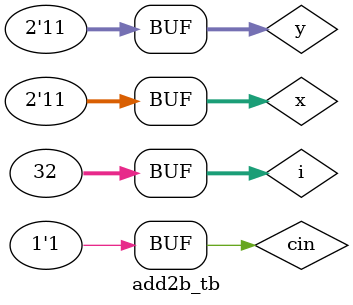
<source format=v>
module add2b(input [1:0]x,input[1:0]y,input cin,output [1:0]sum, output carryout);
  wire w1;
  fac fac1(.x(x[0]),.y(y[0]),.cin(cin),.sum(sum[0]),.carryout(w1));
  fac fac2(.x(x[1]),.y(y[1]),.cin(w1),.sum(sum[1]),.carryout(carryout));
endmodule

module fac(input x, input y, input cin, output sum, output carryout);
  assign sum = x ^ y ^ cin;
  assign carryout = (x&y)|(y&cin)|(cin&x);
endmodule

module add2b_tb();
  reg [1:0]x;
  reg [1:0]y;
  reg cin;
  wire [1:0]sum;
  wire carryout;
  add2b cut(.x(x),.y(y),.cin(cin),.sum(sum),.carryout(carryout));
  integer i;
  initial begin
    {x,y,cin}=0;    
    $display("TIME\tX\tY\tCIN\tSUM\tCO");
    $monitor("%0t\t%b\t%b\t%b\t%b\t%b",$time,x,y,cin,sum,carryout);
    for(i=1;i<32;i=i+1)begin
      #10 {x,y,cin}=i;
    end
  end
endmodule
  
</source>
